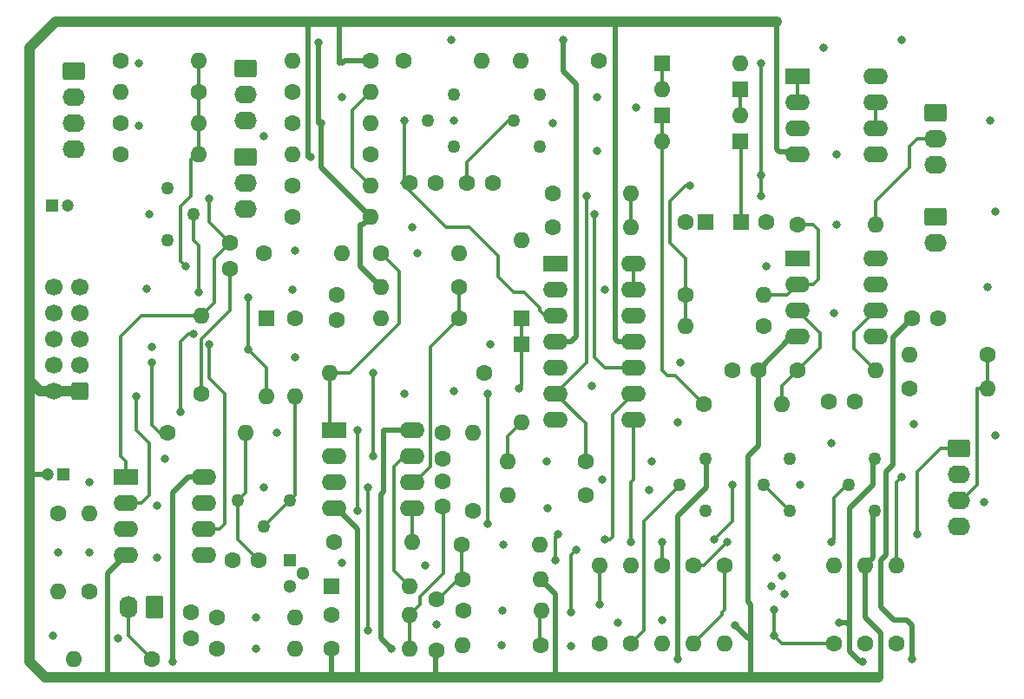
<source format=gbl>
%TF.GenerationSoftware,KiCad,Pcbnew,6.0.8-f2edbf62ab~116~ubuntu22.04.1*%
%TF.CreationDate,2024-04-04T17:44:11-04:00*%
%TF.ProjectId,MFOS_VCO,4d464f53-5f56-4434-9f2e-6b696361645f,rev?*%
%TF.SameCoordinates,Original*%
%TF.FileFunction,Copper,L4,Bot*%
%TF.FilePolarity,Positive*%
%FSLAX46Y46*%
G04 Gerber Fmt 4.6, Leading zero omitted, Abs format (unit mm)*
G04 Created by KiCad (PCBNEW 6.0.8-f2edbf62ab~116~ubuntu22.04.1) date 2024-04-04 17:44:11*
%MOMM*%
%LPD*%
G01*
G04 APERTURE LIST*
G04 Aperture macros list*
%AMRoundRect*
0 Rectangle with rounded corners*
0 $1 Rounding radius*
0 $2 $3 $4 $5 $6 $7 $8 $9 X,Y pos of 4 corners*
0 Add a 4 corners polygon primitive as box body*
4,1,4,$2,$3,$4,$5,$6,$7,$8,$9,$2,$3,0*
0 Add four circle primitives for the rounded corners*
1,1,$1+$1,$2,$3*
1,1,$1+$1,$4,$5*
1,1,$1+$1,$6,$7*
1,1,$1+$1,$8,$9*
0 Add four rect primitives between the rounded corners*
20,1,$1+$1,$2,$3,$4,$5,0*
20,1,$1+$1,$4,$5,$6,$7,0*
20,1,$1+$1,$6,$7,$8,$9,0*
20,1,$1+$1,$8,$9,$2,$3,0*%
G04 Aperture macros list end*
%TA.AperFunction,ComponentPad*%
%ADD10R,1.300000X1.300000*%
%TD*%
%TA.AperFunction,ComponentPad*%
%ADD11C,1.300000*%
%TD*%
%TA.AperFunction,ComponentPad*%
%ADD12RoundRect,0.250000X-0.845000X0.620000X-0.845000X-0.620000X0.845000X-0.620000X0.845000X0.620000X0*%
%TD*%
%TA.AperFunction,ComponentPad*%
%ADD13O,2.190000X1.740000*%
%TD*%
%TA.AperFunction,ComponentPad*%
%ADD14C,1.600000*%
%TD*%
%TA.AperFunction,ComponentPad*%
%ADD15O,1.600000X1.600000*%
%TD*%
%TA.AperFunction,ComponentPad*%
%ADD16R,2.400000X1.600000*%
%TD*%
%TA.AperFunction,ComponentPad*%
%ADD17O,2.400000X1.600000*%
%TD*%
%TA.AperFunction,ComponentPad*%
%ADD18R,1.600000X1.600000*%
%TD*%
%TA.AperFunction,ComponentPad*%
%ADD19C,1.260000*%
%TD*%
%TA.AperFunction,ComponentPad*%
%ADD20RoundRect,0.250000X0.620000X0.845000X-0.620000X0.845000X-0.620000X-0.845000X0.620000X-0.845000X0*%
%TD*%
%TA.AperFunction,ComponentPad*%
%ADD21O,1.740000X2.190000*%
%TD*%
%TA.AperFunction,ComponentPad*%
%ADD22R,1.200000X1.200000*%
%TD*%
%TA.AperFunction,ComponentPad*%
%ADD23C,1.200000*%
%TD*%
%TA.AperFunction,ComponentPad*%
%ADD24RoundRect,0.250000X0.600000X0.600000X-0.600000X0.600000X-0.600000X-0.600000X0.600000X-0.600000X0*%
%TD*%
%TA.AperFunction,ComponentPad*%
%ADD25C,1.700000*%
%TD*%
%TA.AperFunction,ViaPad*%
%ADD26C,0.800000*%
%TD*%
%TA.AperFunction,Conductor*%
%ADD27C,0.300000*%
%TD*%
%TA.AperFunction,Conductor*%
%ADD28C,0.500000*%
%TD*%
%TA.AperFunction,Conductor*%
%ADD29C,1.000000*%
%TD*%
G04 APERTURE END LIST*
D10*
%TO.P,Q1,1,D*%
%TO.N,Net-(C6-Pad1)*%
X127508000Y-116078000D03*
D11*
%TO.P,Q1,2,S*%
%TO.N,RAW*%
X128778000Y-117348000D03*
%TO.P,Q1,3,G*%
%TO.N,Net-(Q1-Pad3)*%
X127508000Y-118618000D03*
%TD*%
D12*
%TO.P,J27,1,Pin_1*%
%TO.N,/Sheet 2/R39P1*%
X190500000Y-72390000D03*
D13*
%TO.P,J27,2,Pin_2*%
%TO.N,/Sheet 2/R39P2*%
X190500000Y-74930000D03*
%TO.P,J27,3,Pin_3*%
%TO.N,/Sheet 2/R39P3*%
X190500000Y-77470000D03*
%TD*%
D12*
%TO.P,J26,1,Pin_1*%
%TO.N,/R2P1*%
X123190000Y-76708000D03*
D13*
%TO.P,J26,2,Pin_2*%
%TO.N,/R2P2*%
X123190000Y-79248000D03*
%TO.P,J26,3,Pin_3*%
%TO.N,/R2P3*%
X123190000Y-81788000D03*
%TD*%
D12*
%TO.P,J24,1,Pin_1*%
%TO.N,/R3P1*%
X123190000Y-68087000D03*
D13*
%TO.P,J24,2,Pin_2*%
%TO.N,/R3P2*%
X123190000Y-70627000D03*
%TO.P,J24,3,Pin_3*%
%TO.N,/R3P3*%
X123190000Y-73167000D03*
%TD*%
D14*
%TO.P,C15,1*%
%TO.N,+12V*%
X188234000Y-92456000D03*
%TO.P,C15,2*%
%TO.N,GND*%
X190734000Y-92456000D03*
%TD*%
%TO.P,R71,1*%
%TO.N,-12V*%
X135382000Y-76454000D03*
D15*
%TO.P,R71,2*%
%TO.N,/R2P1*%
X127762000Y-76454000D03*
%TD*%
D16*
%TO.P,U4,1*%
%TO.N,Net-(D2-Pad2)*%
X153426000Y-87112000D03*
D17*
%TO.P,U4,2,-*%
%TO.N,Net-(R12-Pad2)*%
X153426000Y-89652000D03*
%TO.P,U4,3,+*%
%TO.N,Net-(C1-Pad1)*%
X153426000Y-92192000D03*
%TO.P,U4,4,V+*%
%TO.N,+12V*%
X153426000Y-94732000D03*
%TO.P,U4,5,+*%
%TO.N,GND*%
X153426000Y-97272000D03*
%TO.P,U4,6,-*%
%TO.N,Net-(R25-Pad1)*%
X153426000Y-99812000D03*
%TO.P,U4,7*%
%TO.N,Net-(D3-Pad2)*%
X153426000Y-102352000D03*
%TO.P,U4,8*%
%TO.N,Net-(R14-Pad2)*%
X161046000Y-102352000D03*
%TO.P,U4,9,-*%
%TO.N,Net-(R13-Pad2)*%
X161046000Y-99812000D03*
%TO.P,U4,10,+*%
%TO.N,Net-(C2-Pad1)*%
X161046000Y-97272000D03*
%TO.P,U4,11,V-*%
%TO.N,-12V*%
X161046000Y-94732000D03*
%TO.P,U4,12,+*%
%TO.N,GND*%
X161046000Y-92192000D03*
%TO.P,U4,13,-*%
%TO.N,Net-(U4-Pad13)*%
X161046000Y-89652000D03*
%TO.P,U4,14*%
X161046000Y-87112000D03*
%TD*%
D14*
%TO.P,R32,1*%
%TO.N,Net-(R25-Pad1)*%
X156337000Y-106426000D03*
D15*
%TO.P,R32,2*%
%TO.N,Net-(D3-Pad2)*%
X148717000Y-106426000D03*
%TD*%
D14*
%TO.P,R26,1*%
%TO.N,Net-(D3-Pad2)*%
X156337000Y-109728000D03*
D15*
%TO.P,R26,2*%
%TO.N,RMP*%
X148717000Y-109728000D03*
%TD*%
D14*
%TO.P,R31,1*%
%TO.N,LIN*%
X114046000Y-125730000D03*
D15*
%TO.P,R31,2*%
%TO.N,GND*%
X106426000Y-125730000D03*
%TD*%
D14*
%TO.P,R67,1*%
%TO.N,GND*%
X173736000Y-93218000D03*
D15*
%TO.P,R67,2*%
%TO.N,PWM*%
X166116000Y-93218000D03*
%TD*%
D14*
%TO.P,C19,1*%
%TO.N,Net-(C19-Pad1)*%
X121666000Y-87630000D03*
%TO.P,C19,2*%
%TO.N,Net-(C19-Pad2)*%
X121666000Y-85130000D03*
%TD*%
%TO.P,R66,1*%
%TO.N,SYNC*%
X120396000Y-124714000D03*
D15*
%TO.P,R66,2*%
%TO.N,GND*%
X128016000Y-124714000D03*
%TD*%
D14*
%TO.P,R25,1*%
%TO.N,Net-(R25-Pad1)*%
X153162000Y-80259000D03*
D15*
%TO.P,R25,2*%
%TO.N,Net-(D2-Pad2)*%
X160782000Y-80259000D03*
%TD*%
D14*
%TO.P,R30,1*%
%TO.N,LIN*%
X107950000Y-119126000D03*
D15*
%TO.P,R30,2*%
%TO.N,Net-(C3-Pad1)*%
X107950000Y-111506000D03*
%TD*%
D14*
%TO.P,R61,1*%
%TO.N,Net-(R60-Pad2)*%
X166878000Y-116586000D03*
D15*
%TO.P,R61,2*%
%TO.N,Net-(R48-Pad2)*%
X166878000Y-124206000D03*
%TD*%
D18*
%TO.P,D2,1,K*%
%TO.N,Net-(C14-Pad1)*%
X150114000Y-92451000D03*
D15*
%TO.P,D2,2,A*%
%TO.N,Net-(D2-Pad2)*%
X150114000Y-84831000D03*
%TD*%
D19*
%TO.P,R60,1,1*%
%TO.N,-12V*%
X184550000Y-111250000D03*
%TO.P,R60,2,2*%
%TO.N,Net-(R60-Pad2)*%
X182010000Y-108710000D03*
%TO.P,R60,3,3*%
%TO.N,+12V*%
X184550000Y-106170000D03*
%TD*%
D18*
%TO.P,C12,1*%
%TO.N,GND*%
X168087113Y-83058000D03*
D14*
%TO.P,C12,2*%
%TO.N,Net-(C12-Pad2)*%
X166087113Y-83058000D03*
%TD*%
%TO.P,R69,1*%
%TO.N,Net-(C18-Pad1)*%
X145350000Y-111252000D03*
D15*
%TO.P,R69,2*%
%TO.N,Net-(C18-Pad2)*%
X145350000Y-103632000D03*
%TD*%
D16*
%TO.P,U2,1*%
%TO.N,RAW*%
X131816000Y-103388000D03*
D17*
%TO.P,U2,2,-*%
%TO.N,Net-(C6-Pad1)*%
X131816000Y-105928000D03*
%TO.P,U2,3,+*%
%TO.N,GND*%
X131816000Y-108468000D03*
%TO.P,U2,4,V-*%
%TO.N,-12V*%
X131816000Y-111008000D03*
%TO.P,U2,5,+*%
%TO.N,Net-(C18-Pad1)*%
X139436000Y-111008000D03*
%TO.P,U2,6,-*%
%TO.N,Net-(R34-Pad2)*%
X139436000Y-108468000D03*
%TO.P,U2,7*%
%TO.N,Net-(C18-Pad2)*%
X139436000Y-105928000D03*
%TO.P,U2,8,V+*%
%TO.N,+12V*%
X139436000Y-103388000D03*
%TD*%
D20*
%TO.P,J13,1,Pin_1*%
%TO.N,SYNC*%
X114300000Y-120630000D03*
D21*
%TO.P,J13,2,Pin_2*%
%TO.N,LIN*%
X111760000Y-120630000D03*
%TD*%
D18*
%TO.P,D4,1,K*%
%TO.N,Net-(C13-Pad1)*%
X171450000Y-75184000D03*
D15*
%TO.P,D4,2,A*%
%TO.N,Net-(D3-Pad2)*%
X163830000Y-75184000D03*
%TD*%
D14*
%TO.P,C2,1*%
%TO.N,Net-(C2-Pad1)*%
X144807500Y-79248000D03*
%TO.P,C2,2*%
%TO.N,GND*%
X147307500Y-79248000D03*
%TD*%
%TO.P,R21,1*%
%TO.N,Net-(C14-Pad1)*%
X144375000Y-117950000D03*
D15*
%TO.P,R21,2*%
%TO.N,-12V*%
X151995000Y-117950000D03*
%TD*%
D18*
%TO.P,D1,1,K*%
%TO.N,Net-(D1-Pad1)*%
X125222000Y-92456000D03*
D15*
%TO.P,D1,2,A*%
%TO.N,Net-(D1-Pad2)*%
X125222000Y-100076000D03*
%TD*%
D14*
%TO.P,R40,1*%
%TO.N,PWM*%
X166116000Y-90170000D03*
D15*
%TO.P,R40,2*%
%TO.N,Net-(R35-Pad1)*%
X173736000Y-90170000D03*
%TD*%
D14*
%TO.P,C14,1*%
%TO.N,Net-(C14-Pad1)*%
X141800000Y-119875000D03*
%TO.P,C14,2*%
%TO.N,-12V*%
X141800000Y-124875000D03*
%TD*%
D18*
%TO.P,D6,1,K*%
%TO.N,Net-(D6-Pad1)*%
X171450000Y-70104000D03*
D15*
%TO.P,D6,2,A*%
%TO.N,Net-(D5-Pad1)*%
X163830000Y-70104000D03*
%TD*%
D14*
%TO.P,C1,1*%
%TO.N,Net-(C1-Pad1)*%
X139212000Y-79248000D03*
%TO.P,C1,2*%
%TO.N,GND*%
X141712000Y-79248000D03*
%TD*%
D16*
%TO.P,U7,1,NULL*%
%TO.N,unconnected-(U7-Pad1)*%
X177048000Y-86624000D03*
D17*
%TO.P,U7,2,-*%
%TO.N,Net-(R35-Pad1)*%
X177048000Y-89164000D03*
%TO.P,U7,3,+*%
%TO.N,Net-(C4-Pad1)*%
X177048000Y-91704000D03*
%TO.P,U7,4,V-*%
%TO.N,-12V*%
X177048000Y-94244000D03*
%TO.P,U7,5,NULL*%
%TO.N,unconnected-(U7-Pad5)*%
X184668000Y-94244000D03*
%TO.P,U7,6*%
%TO.N,Net-(C4-Pad2)*%
X184668000Y-91704000D03*
%TO.P,U7,7,V+*%
%TO.N,+12V*%
X184668000Y-89164000D03*
%TO.P,U7,8,NC*%
%TO.N,unconnected-(U7-Pad8)*%
X184668000Y-86624000D03*
%TD*%
D14*
%TO.P,R35,1*%
%TO.N,Net-(R35-Pad1)*%
X177038000Y-83312000D03*
D15*
%TO.P,R35,2*%
%TO.N,/Sheet 2/R39P2*%
X184658000Y-83312000D03*
%TD*%
D14*
%TO.P,R8,1*%
%TO.N,/R3P2*%
X127762000Y-70358000D03*
D15*
%TO.P,R8,2*%
%TO.N,Net-(C19-Pad1)*%
X135382000Y-70358000D03*
%TD*%
D16*
%TO.P,U6,1*%
%TO.N,/Sheet 2/R39P3*%
X177048000Y-68844000D03*
D17*
%TO.P,U6,2,-*%
X177048000Y-71384000D03*
%TO.P,U6,3,+*%
%TO.N,Net-(C13-Pad1)*%
X177048000Y-73924000D03*
%TO.P,U6,4,V-*%
%TO.N,-12V*%
X177048000Y-76464000D03*
%TO.P,U6,5,+*%
%TO.N,Net-(C12-Pad2)*%
X184668000Y-76464000D03*
%TO.P,U6,6,-*%
%TO.N,/Sheet 2/R39P1*%
X184668000Y-73924000D03*
%TO.P,U6,7*%
X184668000Y-71384000D03*
%TO.P,U6,8,V+*%
%TO.N,+12V*%
X184668000Y-68844000D03*
%TD*%
D14*
%TO.P,R36,1*%
%TO.N,Net-(C4-Pad2)*%
X187960000Y-99314000D03*
D15*
%TO.P,R36,2*%
%TO.N,SQR*%
X195580000Y-99314000D03*
%TD*%
D19*
%TO.P,R5,1,1*%
%TO.N,GND*%
X143510000Y-75677000D03*
%TO.P,R5,2,2*%
%TO.N,Net-(C1-Pad1)*%
X140970000Y-73137000D03*
%TO.P,R5,3,3*%
%TO.N,Net-(R5-Pad3)*%
X143510000Y-70597000D03*
%TD*%
D14*
%TO.P,C5,1*%
%TO.N,SYNC*%
X117856000Y-123698000D03*
%TO.P,C5,2*%
%TO.N,Net-(C5-Pad2)*%
X117856000Y-121198000D03*
%TD*%
%TO.P,R47,1*%
%TO.N,Net-(R34-Pad2)*%
X144018000Y-89408000D03*
D15*
%TO.P,R47,2*%
%TO.N,+12V*%
X136398000Y-89408000D03*
%TD*%
D14*
%TO.P,R28,1*%
%TO.N,Net-(C3-Pad1)*%
X104902000Y-111506000D03*
D15*
%TO.P,R28,2*%
%TO.N,+12V*%
X104902000Y-119126000D03*
%TD*%
D14*
%TO.P,R42,1*%
%TO.N,RAW*%
X131826000Y-114300000D03*
D15*
%TO.P,R42,2*%
%TO.N,Net-(C18-Pad1)*%
X139446000Y-114300000D03*
%TD*%
D12*
%TO.P,J15,1,Pin_1*%
%TO.N,TRI*%
X192766000Y-105156000D03*
D13*
%TO.P,J15,2,Pin_2*%
%TO.N,SIN*%
X192766000Y-107696000D03*
%TO.P,J15,3,Pin_3*%
%TO.N,SQR*%
X192766000Y-110236000D03*
%TO.P,J15,4,Pin_4*%
%TO.N,RMP*%
X192766000Y-112776000D03*
%TD*%
D14*
%TO.P,R23,1*%
%TO.N,CV3*%
X110998000Y-73406000D03*
D15*
%TO.P,R23,2*%
%TO.N,Net-(C19-Pad1)*%
X118618000Y-73406000D03*
%TD*%
D14*
%TO.P,R51,1*%
%TO.N,Net-(R48-Pad2)*%
X169926000Y-116586000D03*
D15*
%TO.P,R51,2*%
%TO.N,GND*%
X169926000Y-124206000D03*
%TD*%
D12*
%TO.P,J12,1,Pin_1*%
%TO.N,CV1*%
X106426000Y-68326000D03*
D13*
%TO.P,J12,2,Pin_2*%
%TO.N,CV2*%
X106426000Y-70866000D03*
%TO.P,J12,3,Pin_3*%
%TO.N,CV3*%
X106426000Y-73406000D03*
%TO.P,J12,4,Pin_4*%
%TO.N,CV4*%
X106426000Y-75946000D03*
%TD*%
D19*
%TO.P,R59,1,1*%
%TO.N,Net-(R44-Pad1)*%
X168025000Y-111237000D03*
%TO.P,R59,2,2*%
X165485000Y-108697000D03*
%TO.P,R59,3,3*%
%TO.N,+12V*%
X168025000Y-106157000D03*
%TD*%
D14*
%TO.P,R68,1*%
%TO.N,Net-(C4-Pad1)*%
X177038000Y-97536000D03*
D15*
%TO.P,R68,2*%
%TO.N,Net-(C4-Pad2)*%
X184658000Y-97536000D03*
%TD*%
D14*
%TO.P,C16,1*%
%TO.N,-12V*%
X173188000Y-97536000D03*
%TO.P,C16,2*%
%TO.N,GND*%
X170688000Y-97536000D03*
%TD*%
%TO.P,R18,1*%
%TO.N,Net-(C19-Pad1)*%
X118618000Y-70358000D03*
D15*
%TO.P,R18,2*%
%TO.N,CV2*%
X110998000Y-70358000D03*
%TD*%
D14*
%TO.P,C6,1*%
%TO.N,Net-(C6-Pad1)*%
X146438000Y-97790000D03*
D15*
%TO.P,C6,2*%
%TO.N,RAW*%
X131438000Y-97790000D03*
%TD*%
D19*
%TO.P,R11,1,1*%
%TO.N,Net-(R11-Pad1)*%
X127508000Y-110236000D03*
%TO.P,R11,2,2*%
X124968000Y-112776000D03*
%TO.P,R11,3,3*%
%TO.N,Net-(C3-Pad2)*%
X122428000Y-110236000D03*
%TD*%
D14*
%TO.P,R17,1*%
%TO.N,Net-(R17-Pad1)*%
X115570000Y-103632000D03*
D15*
%TO.P,R17,2*%
%TO.N,Net-(C3-Pad2)*%
X123190000Y-103632000D03*
%TD*%
D14*
%TO.P,R12,1*%
%TO.N,RAW*%
X136398000Y-86106000D03*
D15*
%TO.P,R12,2*%
%TO.N,Net-(R12-Pad2)*%
X144018000Y-86106000D03*
%TD*%
D14*
%TO.P,C4,1*%
%TO.N,Net-(C4-Pad1)*%
X180106000Y-100584000D03*
%TO.P,C4,2*%
%TO.N,Net-(C4-Pad2)*%
X182606000Y-100584000D03*
%TD*%
D18*
%TO.P,D3,1,K*%
%TO.N,Net-(C14-Pad1)*%
X150114000Y-94991000D03*
D15*
%TO.P,D3,2,A*%
%TO.N,Net-(D3-Pad2)*%
X150114000Y-102611000D03*
%TD*%
D22*
%TO.P,C7,1*%
%TO.N,+12V*%
X104302401Y-81425000D03*
D23*
%TO.P,C7,2*%
%TO.N,GND*%
X105802401Y-81425000D03*
%TD*%
D14*
%TO.P,R53,1*%
%TO.N,Net-(R45-Pad2)*%
X180594000Y-124206000D03*
D15*
%TO.P,R53,2*%
%TO.N,GND*%
X180594000Y-116586000D03*
%TD*%
D14*
%TO.P,R15,1*%
%TO.N,CV1*%
X110998000Y-67310000D03*
D15*
%TO.P,R15,2*%
%TO.N,Net-(C19-Pad1)*%
X118618000Y-67310000D03*
%TD*%
D14*
%TO.P,R46,1*%
%TO.N,Net-(R34-Pad2)*%
X144018000Y-92456000D03*
D15*
%TO.P,R46,2*%
%TO.N,GND*%
X136398000Y-92456000D03*
%TD*%
D14*
%TO.P,R41,1*%
%TO.N,SQR*%
X195580000Y-96012000D03*
D15*
%TO.P,R41,2*%
%TO.N,GND*%
X187960000Y-96012000D03*
%TD*%
D14*
%TO.P,R34,1*%
%TO.N,Net-(C5-Pad2)*%
X120396000Y-121666000D03*
D15*
%TO.P,R34,2*%
%TO.N,Net-(R34-Pad2)*%
X128016000Y-121666000D03*
%TD*%
D24*
%TO.P,J1,1,Pin_1*%
%TO.N,-12V*%
X107000000Y-99540000D03*
D25*
%TO.P,J1,2,Pin_2*%
X104460000Y-99540000D03*
%TO.P,J1,3,Pin_3*%
%TO.N,GND*%
X107000000Y-97000000D03*
%TO.P,J1,4,Pin_4*%
X104460000Y-97000000D03*
%TO.P,J1,5,Pin_5*%
X107000000Y-94460000D03*
%TO.P,J1,6,Pin_6*%
X104460000Y-94460000D03*
%TO.P,J1,7,Pin_7*%
X107000000Y-91920000D03*
%TO.P,J1,8,Pin_8*%
X104460000Y-91920000D03*
%TO.P,J1,9,Pin_9*%
%TO.N,+12V*%
X107000000Y-89380000D03*
%TO.P,J1,10,Pin_10*%
X104460000Y-89380000D03*
%TD*%
D14*
%TO.P,R24,1*%
%TO.N,Net-(C19-Pad1)*%
X118857000Y-99822000D03*
D15*
%TO.P,R24,2*%
%TO.N,Net-(C19-Pad2)*%
X118857000Y-92202000D03*
%TD*%
D14*
%TO.P,R14,1*%
%TO.N,Net-(R13-Pad2)*%
X144400000Y-121025000D03*
D15*
%TO.P,R14,2*%
%TO.N,Net-(R14-Pad2)*%
X152020000Y-121025000D03*
%TD*%
D18*
%TO.P,C13,1*%
%TO.N,Net-(C13-Pad1)*%
X171514888Y-83058000D03*
D14*
%TO.P,C13,2*%
%TO.N,GND*%
X174014888Y-83058000D03*
%TD*%
%TO.P,R9,1*%
%TO.N,Net-(D1-Pad1)*%
X128016000Y-92456000D03*
D15*
%TO.P,R9,2*%
%TO.N,Net-(R11-Pad1)*%
X128016000Y-100076000D03*
%TD*%
D14*
%TO.P,R20,1*%
%TO.N,Net-(R12-Pad2)*%
X153162000Y-83561000D03*
D15*
%TO.P,R20,2*%
%TO.N,Net-(D2-Pad2)*%
X160782000Y-83561000D03*
%TD*%
D14*
%TO.P,R6,1*%
%TO.N,Net-(R5-Pad3)*%
X138564500Y-67325000D03*
D15*
%TO.P,R6,2*%
%TO.N,+12V*%
X146184500Y-67325000D03*
%TD*%
D14*
%TO.P,R50,1*%
%TO.N,Net-(Q1-Pad3)*%
X131582000Y-121422000D03*
D15*
%TO.P,R50,2*%
%TO.N,Net-(C17-Pad1)*%
X139202000Y-121422000D03*
%TD*%
D14*
%TO.P,R1,1*%
%TO.N,Net-(R1-Pad1)*%
X157614500Y-67325000D03*
D15*
%TO.P,R1,2*%
%TO.N,+12V*%
X149994500Y-67325000D03*
%TD*%
D14*
%TO.P,R19,1*%
%TO.N,Net-(R16-Pad3)*%
X124968000Y-86106000D03*
D15*
%TO.P,R19,2*%
%TO.N,GND*%
X132588000Y-86106000D03*
%TD*%
D14*
%TO.P,R13,1*%
%TO.N,Net-(C14-Pad1)*%
X144272000Y-114554000D03*
D15*
%TO.P,R13,2*%
%TO.N,Net-(R13-Pad2)*%
X151892000Y-114554000D03*
%TD*%
D19*
%TO.P,R16,1,1*%
%TO.N,Net-(C19-Pad2)*%
X115570000Y-79756000D03*
%TO.P,R16,2,2*%
%TO.N,Net-(D1-Pad2)*%
X118110000Y-82296000D03*
%TO.P,R16,3,3*%
%TO.N,Net-(R16-Pad3)*%
X115570000Y-84836000D03*
%TD*%
D12*
%TO.P,J14,1,Pin_1*%
%TO.N,PWM*%
X190480000Y-82550000D03*
D13*
%TO.P,J14,2,Pin_2*%
%TO.N,GND*%
X190480000Y-85090000D03*
%TD*%
D14*
%TO.P,C17,1*%
%TO.N,Net-(C17-Pad1)*%
X142450000Y-110850000D03*
%TO.P,C17,2*%
%TO.N,GND*%
X142450000Y-108350000D03*
%TD*%
%TO.P,C3,1*%
%TO.N,Net-(C3-Pad1)*%
X121920000Y-116078000D03*
%TO.P,C3,2*%
%TO.N,Net-(C3-Pad2)*%
X124420000Y-116078000D03*
%TD*%
D18*
%TO.P,D8,1,K*%
%TO.N,Net-(C17-Pad1)*%
X131582000Y-118628000D03*
D15*
%TO.P,D8,2,A*%
%TO.N,Net-(C18-Pad2)*%
X139202000Y-118628000D03*
%TD*%
D18*
%TO.P,D5,1,K*%
%TO.N,Net-(D5-Pad1)*%
X163830000Y-67570000D03*
D15*
%TO.P,D5,2,A*%
%TO.N,Net-(C12-Pad2)*%
X171450000Y-67570000D03*
%TD*%
D14*
%TO.P,R29,1*%
%TO.N,Net-(D3-Pad2)*%
X167894000Y-100838000D03*
D15*
%TO.P,R29,2*%
%TO.N,Net-(C4-Pad1)*%
X175514000Y-100838000D03*
%TD*%
D19*
%TO.P,R7,1,1*%
%TO.N,GND*%
X151892000Y-75677000D03*
%TO.P,R7,2,2*%
%TO.N,Net-(C2-Pad1)*%
X149352000Y-73137000D03*
%TO.P,R7,3,3*%
%TO.N,Net-(R1-Pad1)*%
X151892000Y-70597000D03*
%TD*%
D14*
%TO.P,C8,1*%
%TO.N,+12V*%
X132080000Y-90150000D03*
%TO.P,C8,2*%
%TO.N,GND*%
X132080000Y-92650000D03*
%TD*%
%TO.P,R48,1*%
%TO.N,Net-(R48-Pad1)*%
X163830000Y-116586000D03*
D15*
%TO.P,R48,2*%
%TO.N,Net-(R48-Pad2)*%
X163830000Y-124206000D03*
%TD*%
D14*
%TO.P,R65,1*%
%TO.N,/R2P3*%
X127762000Y-82550000D03*
D15*
%TO.P,R65,2*%
%TO.N,+12V*%
X135382000Y-82550000D03*
%TD*%
D19*
%TO.P,R64,1,1*%
%TO.N,Net-(R48-Pad1)*%
X176276000Y-111252000D03*
%TO.P,R64,2,2*%
X173736000Y-108712000D03*
%TO.P,R64,3,3*%
%TO.N,Net-(R14-Pad2)*%
X176276000Y-106172000D03*
%TD*%
D14*
%TO.P,R22,1*%
%TO.N,Net-(R14-Pad2)*%
X152010000Y-124350000D03*
D15*
%TO.P,R22,2*%
%TO.N,TRI*%
X144390000Y-124350000D03*
%TD*%
D14*
%TO.P,R44,1*%
%TO.N,Net-(R44-Pad1)*%
X160782000Y-124206000D03*
D15*
%TO.P,R44,2*%
%TO.N,Net-(R44-Pad2)*%
X160782000Y-116586000D03*
%TD*%
D14*
%TO.P,R10,1*%
%TO.N,/R2P2*%
X127762000Y-79502000D03*
D15*
%TO.P,R10,2*%
%TO.N,Net-(C19-Pad1)*%
X135382000Y-79502000D03*
%TD*%
D16*
%TO.P,U1,1*%
%TO.N,Net-(C19-Pad2)*%
X111506000Y-107950000D03*
D17*
%TO.P,U1,2,-*%
%TO.N,Net-(C19-Pad1)*%
X111506000Y-110490000D03*
%TO.P,U1,3,+*%
%TO.N,GND*%
X111506000Y-113030000D03*
%TO.P,U1,4,V-*%
%TO.N,-12V*%
X111506000Y-115570000D03*
%TO.P,U1,5,+*%
%TO.N,GND*%
X119126000Y-115570000D03*
%TO.P,U1,6,-*%
%TO.N,Net-(C3-Pad1)*%
X119126000Y-113030000D03*
%TO.P,U1,7*%
%TO.N,Net-(C3-Pad2)*%
X119126000Y-110490000D03*
%TO.P,U1,8,V+*%
%TO.N,+12V*%
X119126000Y-107950000D03*
%TD*%
D14*
%TO.P,R57,1*%
%TO.N,/R3P3*%
X127762000Y-73406000D03*
D15*
%TO.P,R57,2*%
%TO.N,+12V*%
X135382000Y-73406000D03*
%TD*%
D18*
%TO.P,D7,1,K*%
%TO.N,Net-(D3-Pad2)*%
X163830000Y-72644000D03*
D15*
%TO.P,D7,2,A*%
%TO.N,Net-(D6-Pad1)*%
X171450000Y-72644000D03*
%TD*%
D14*
%TO.P,R45,1*%
%TO.N,+12V*%
X157734000Y-124206000D03*
D15*
%TO.P,R45,2*%
%TO.N,Net-(R45-Pad2)*%
X157734000Y-116586000D03*
%TD*%
D22*
%TO.P,C10,1*%
%TO.N,GND*%
X105386000Y-107696000D03*
D23*
%TO.P,C10,2*%
%TO.N,-12V*%
X103886000Y-107696000D03*
%TD*%
D14*
%TO.P,C18,1*%
%TO.N,Net-(C18-Pad1)*%
X142450000Y-106175000D03*
%TO.P,C18,2*%
%TO.N,Net-(C18-Pad2)*%
X142450000Y-103675000D03*
%TD*%
%TO.P,R27,1*%
%TO.N,CV4*%
X110998000Y-76454000D03*
D15*
%TO.P,R27,2*%
%TO.N,Net-(C19-Pad1)*%
X118618000Y-76454000D03*
%TD*%
D14*
%TO.P,R52,1*%
%TO.N,Net-(R49-Pad1)*%
X183642000Y-124206000D03*
D15*
%TO.P,R52,2*%
%TO.N,-12V*%
X183642000Y-116586000D03*
%TD*%
D14*
%TO.P,R49,1*%
%TO.N,Net-(R49-Pad1)*%
X186690000Y-124206000D03*
D15*
%TO.P,R49,2*%
%TO.N,SIN*%
X186690000Y-116586000D03*
%TD*%
D14*
%TO.P,R70,1*%
%TO.N,-12V*%
X131582000Y-124724000D03*
D15*
%TO.P,R70,2*%
%TO.N,Net-(C17-Pad1)*%
X139202000Y-124724000D03*
%TD*%
D14*
%TO.P,R56,1*%
%TO.N,-12V*%
X135382000Y-67310000D03*
D15*
%TO.P,R56,2*%
%TO.N,/R3P1*%
X127762000Y-67310000D03*
%TD*%
D26*
%TO.N,Net-(R34-Pad2)*%
X135128000Y-122936000D03*
%TO.N,Net-(C1-Pad1)*%
X138684000Y-73152000D03*
%TO.N,Net-(C12-Pad2)*%
X173482000Y-80518000D03*
X173482000Y-78486000D03*
%TO.N,+12V*%
X130302000Y-65532000D03*
X130556000Y-73406000D03*
%TO.N,-12V*%
X129540000Y-76708000D03*
%TO.N,GND*%
X175768000Y-119380000D03*
X195580000Y-89408000D03*
X163830000Y-121920000D03*
X162520123Y-109208814D03*
X104394000Y-123444000D03*
X188363883Y-102760370D03*
X159512000Y-122174000D03*
X174498000Y-118618000D03*
X152654000Y-110998000D03*
X175514000Y-117602000D03*
X156972000Y-99060000D03*
X157471341Y-76166790D03*
X132588000Y-70866000D03*
X173990000Y-87376000D03*
X128016000Y-96266000D03*
X141800000Y-122375000D03*
X180340000Y-104648000D03*
X124968000Y-74676000D03*
X195834000Y-73152000D03*
X113792000Y-82296000D03*
X107950000Y-108458000D03*
X177292000Y-108712000D03*
X157480000Y-70866000D03*
X147066000Y-94996000D03*
X180594000Y-91948000D03*
X113531949Y-89613544D03*
X162814000Y-106426000D03*
X114581695Y-115807221D03*
X127762000Y-89662000D03*
X152527000Y-106426000D03*
X148210000Y-121025000D03*
X128016000Y-85852000D03*
X195262218Y-110408524D03*
X114046000Y-95250000D03*
X153162000Y-73406000D03*
X154940000Y-124460000D03*
X148200000Y-124350000D03*
X104902000Y-115316000D03*
X140716000Y-116586000D03*
X107950000Y-115316000D03*
X187198000Y-65278000D03*
X126238000Y-103632000D03*
X148336000Y-114554000D03*
X143510000Y-73152000D03*
X143510000Y-99568000D03*
X180848000Y-83312000D03*
X158242000Y-89662000D03*
X196342000Y-82042000D03*
X180848000Y-76454000D03*
X157988000Y-108204000D03*
X196342000Y-103886000D03*
X114554000Y-110744000D03*
X139446000Y-83566000D03*
X138684000Y-99822000D03*
X165354000Y-102616000D03*
X115316000Y-106172000D03*
X124968000Y-108966000D03*
X112776000Y-73660000D03*
X143256000Y-65278000D03*
X132588000Y-116332000D03*
X124206000Y-121666000D03*
X112776000Y-67564000D03*
X139954000Y-86106000D03*
X165608000Y-96774000D03*
X175006000Y-115824000D03*
X179578000Y-66040000D03*
X161270424Y-71867828D03*
X110744000Y-123698000D03*
X124206000Y-124714000D03*
%TO.N,Net-(C2-Pad1)*%
X157226000Y-82296000D03*
%TO.N,Net-(C3-Pad1)*%
X119634000Y-94996000D03*
%TO.N,Net-(C6-Pad1)*%
X116840000Y-101600000D03*
X135636000Y-105918000D03*
X135636000Y-97790000D03*
X118110000Y-93980000D03*
%TO.N,RAW*%
X134112000Y-103378000D03*
X134112000Y-111252000D03*
%TO.N,+12V*%
X154178000Y-65278000D03*
X183388000Y-125984000D03*
X165354000Y-125730000D03*
X137414000Y-124714000D03*
X181102000Y-122174000D03*
X116078000Y-125984000D03*
X188214000Y-125730000D03*
%TO.N,-12V*%
X170942000Y-122428000D03*
%TO.N,Net-(C12-Pad2)*%
X173482000Y-67564000D03*
%TO.N,Net-(C14-Pad1)*%
X146812000Y-112522000D03*
X149860000Y-99314000D03*
X146812000Y-99822000D03*
%TO.N,Net-(C19-Pad1)*%
X112522000Y-100076000D03*
X117348000Y-87376000D03*
%TO.N,Net-(C19-Pad2)*%
X119634000Y-80772000D03*
%TO.N,Net-(D1-Pad2)*%
X123444000Y-90424000D03*
X118618000Y-89916000D03*
X123444000Y-95504000D03*
%TO.N,PWM*%
X166497000Y-79502000D03*
%TO.N,TRI*%
X153670000Y-113538000D03*
X153416000Y-116078000D03*
X188722000Y-113525500D03*
%TO.N,SIN*%
X187198000Y-107950000D03*
%TO.N,Net-(R13-Pad2)*%
X158242000Y-114046000D03*
%TO.N,Net-(R14-Pad2)*%
X154940000Y-121158000D03*
X155448000Y-115062000D03*
X160782000Y-114300000D03*
%TO.N,Net-(R17-Pad1)*%
X114046000Y-96774000D03*
%TO.N,Net-(R25-Pad1)*%
X156464000Y-80518000D03*
%TO.N,Net-(R34-Pad2)*%
X135128000Y-108966000D03*
%TO.N,Net-(R45-Pad2)*%
X174752000Y-120904000D03*
X157734000Y-120396000D03*
X174752000Y-123444000D03*
%TO.N,Net-(R48-Pad1)*%
X163830000Y-114300000D03*
X168910000Y-114046000D03*
X170688000Y-108712000D03*
%TO.N,Net-(R60-Pad2)*%
X170180000Y-114300000D03*
X180340000Y-114300000D03*
%TD*%
D27*
%TO.N,Net-(R34-Pad2)*%
X135128000Y-122936000D02*
X135128000Y-108966000D01*
%TO.N,Net-(C13-Pad1)*%
X171514888Y-83058000D02*
X171514888Y-75248888D01*
X171514888Y-75248888D02*
X171450000Y-75184000D01*
%TO.N,LIN*%
X114046000Y-125730000D02*
X111760000Y-123444000D01*
%TO.N,Net-(C3-Pad1)*%
X119634000Y-94996000D02*
X119634000Y-98298000D01*
X119634000Y-98298000D02*
X121158000Y-99822000D01*
X121158000Y-112522000D02*
X120650000Y-113030000D01*
X121158000Y-99822000D02*
X121158000Y-112522000D01*
X120650000Y-113030000D02*
X119126000Y-113030000D01*
%TO.N,Net-(C19-Pad1)*%
X112522000Y-100076000D02*
X112522000Y-103378000D01*
X112522000Y-103378000D02*
X113792000Y-104648000D01*
X113792000Y-104648000D02*
X113792000Y-109728000D01*
X113792000Y-109728000D02*
X113030000Y-110490000D01*
X113030000Y-110490000D02*
X111506000Y-110490000D01*
D28*
%TO.N,+12V*%
X116078000Y-125984000D02*
X116078000Y-109474000D01*
X116078000Y-109474000D02*
X117602000Y-107950000D01*
X117602000Y-107950000D02*
X119126000Y-107950000D01*
D27*
%TO.N,Net-(C19-Pad2)*%
X111008000Y-105908000D02*
X110998000Y-105918000D01*
X111008000Y-94224000D02*
X111008000Y-105908000D01*
X110998000Y-105918000D02*
X111506000Y-106426000D01*
X111506000Y-106426000D02*
X111506000Y-107950000D01*
%TO.N,LIN*%
X111760000Y-120630000D02*
X111760000Y-123444000D01*
D29*
%TO.N,-12V*%
X110744000Y-127508000D02*
X103632000Y-127508000D01*
X103632000Y-127508000D02*
X102108000Y-125984000D01*
X102108000Y-125984000D02*
X102108000Y-107696000D01*
D28*
X109728000Y-127000000D02*
X109728000Y-117348000D01*
X109728000Y-117348000D02*
X111506000Y-115570000D01*
D27*
%TO.N,/Sheet 2/R39P2*%
X184658000Y-83312000D02*
X184658000Y-81026000D01*
X187960000Y-77724000D02*
X187960000Y-75692000D01*
X184658000Y-81026000D02*
X187960000Y-77724000D01*
X187960000Y-75692000D02*
X188722000Y-74930000D01*
X188722000Y-74930000D02*
X190500000Y-74930000D01*
%TO.N,PWM*%
X166116000Y-90170000D02*
X166116000Y-86614000D01*
X166116000Y-86614000D02*
X164592000Y-85090000D01*
X164592000Y-85090000D02*
X164592000Y-81026000D01*
X164592000Y-81026000D02*
X166116000Y-79502000D01*
X166116000Y-79502000D02*
X166497000Y-79502000D01*
%TO.N,Net-(C12-Pad2)*%
X173482000Y-80518000D02*
X173482000Y-78486000D01*
X173482000Y-67564000D02*
X173482000Y-78486000D01*
D28*
%TO.N,+12V*%
X135382000Y-82550000D02*
X134620000Y-83312000D01*
X134366000Y-87376000D02*
X136398000Y-89408000D01*
X134366000Y-83312000D02*
X134366000Y-87376000D01*
X130556000Y-73406000D02*
X130556000Y-77724000D01*
X130556000Y-77724000D02*
X135382000Y-82550000D01*
D27*
%TO.N,Net-(C19-Pad1)*%
X135382000Y-70358000D02*
X133604000Y-72136000D01*
X133604000Y-72136000D02*
X133604000Y-77724000D01*
X133604000Y-77724000D02*
X135382000Y-79502000D01*
D28*
%TO.N,+12V*%
X130302000Y-73406000D02*
X130302000Y-65532000D01*
%TO.N,-12V*%
X129286000Y-76708000D02*
X129286000Y-63500000D01*
X132588000Y-67564000D02*
X132842000Y-67310000D01*
X132842000Y-67310000D02*
X135382000Y-67310000D01*
D27*
%TO.N,Net-(C1-Pad1)*%
X149352000Y-89916000D02*
X150368000Y-89916000D01*
X145034000Y-83566000D02*
X147828000Y-86360000D01*
X138684000Y-73152000D02*
X138684000Y-79001500D01*
X138437500Y-79248000D02*
X142755500Y-83566000D01*
X147828000Y-88392000D02*
X149352000Y-89916000D01*
X147828000Y-86360000D02*
X147828000Y-88392000D01*
X142755500Y-83566000D02*
X145034000Y-83566000D01*
X151892000Y-91440000D02*
X151892000Y-91694000D01*
X152390000Y-92192000D02*
X153426000Y-92192000D01*
X151892000Y-91694000D02*
X152390000Y-92192000D01*
X150368000Y-89916000D02*
X151892000Y-91440000D01*
X138684000Y-79001500D02*
X138437500Y-79248000D01*
%TO.N,Net-(C2-Pad1)*%
X158242000Y-97282000D02*
X158252000Y-97272000D01*
X158252000Y-97272000D02*
X161046000Y-97272000D01*
X157226000Y-82296000D02*
X157226000Y-96266000D01*
X144807500Y-77188500D02*
X149098000Y-72898000D01*
X144807500Y-79248000D02*
X144807500Y-77188500D01*
X157226000Y-96266000D02*
X158242000Y-97282000D01*
%TO.N,Net-(C3-Pad2)*%
X122428000Y-110236000D02*
X123190000Y-109474000D01*
X122428000Y-114086000D02*
X124420000Y-116078000D01*
X123190000Y-109474000D02*
X123190000Y-103632000D01*
X122428000Y-110236000D02*
X122428000Y-114086000D01*
%TO.N,Net-(C4-Pad1)*%
X175514000Y-100838000D02*
X175514000Y-99060000D01*
X177038000Y-97536000D02*
X179225000Y-95349000D01*
X179225000Y-93881000D02*
X177048000Y-91704000D01*
X175514000Y-99060000D02*
X177038000Y-97536000D01*
X179225000Y-95349000D02*
X179225000Y-93881000D01*
%TO.N,Net-(C4-Pad2)*%
X182550000Y-95428000D02*
X182550000Y-93822000D01*
X182550000Y-93822000D02*
X184668000Y-91704000D01*
X184658000Y-97536000D02*
X182550000Y-95428000D01*
%TO.N,Net-(C6-Pad1)*%
X116840000Y-94742000D02*
X116840000Y-101600000D01*
X135636000Y-105918000D02*
X135636000Y-97790000D01*
X117602000Y-93980000D02*
X116840000Y-94742000D01*
X118110000Y-93980000D02*
X117602000Y-93980000D01*
%TO.N,RAW*%
X131438000Y-97790000D02*
X133350000Y-97790000D01*
X131438000Y-97790000D02*
X131438000Y-103010000D01*
X138176000Y-92964000D02*
X138176000Y-87884000D01*
X138176000Y-87884000D02*
X136398000Y-86106000D01*
X133350000Y-97790000D02*
X138176000Y-92964000D01*
X131438000Y-103010000D02*
X131816000Y-103388000D01*
X134112000Y-111252000D02*
X134112000Y-103378000D01*
D28*
%TO.N,+12V*%
X182118000Y-124968000D02*
X183134000Y-125984000D01*
X184404000Y-106157000D02*
X184404000Y-108712000D01*
X136398000Y-123698000D02*
X137414000Y-124714000D01*
X154950000Y-94732000D02*
X155448000Y-94234000D01*
X136652000Y-103388000D02*
X136652000Y-109406082D01*
X165354000Y-111760000D02*
X165354000Y-125730000D01*
X168148000Y-106157000D02*
X168148000Y-108966000D01*
X186348000Y-94342000D02*
X186348000Y-106768000D01*
X182118000Y-110998000D02*
X184404000Y-108712000D01*
X186436000Y-121920000D02*
X187706000Y-121920000D01*
X155448000Y-94234000D02*
X155448000Y-69596000D01*
X188234000Y-92456000D02*
X186348000Y-94342000D01*
X182118000Y-122428000D02*
X182118000Y-124968000D01*
X154178000Y-68326000D02*
X154178000Y-65278000D01*
X139436000Y-103388000D02*
X136652000Y-103388000D01*
X185166000Y-116078000D02*
X185166000Y-120650000D01*
X155448000Y-69596000D02*
X154178000Y-68326000D01*
X181102000Y-122174000D02*
X181864000Y-122174000D01*
X165354000Y-111760000D02*
X168148000Y-108966000D01*
X187706000Y-121920000D02*
X188214000Y-122428000D01*
X185674000Y-107442000D02*
X185674000Y-115570000D01*
X136652000Y-109406082D02*
X136398000Y-109660082D01*
X153426000Y-94732000D02*
X154950000Y-94732000D01*
X136398000Y-109660082D02*
X136398000Y-123698000D01*
X185674000Y-115570000D02*
X185166000Y-116078000D01*
X182118000Y-110998000D02*
X182118000Y-122428000D01*
X185674000Y-107442000D02*
X186348000Y-106768000D01*
X188214000Y-122428000D02*
X188214000Y-125730000D01*
X185166000Y-120650000D02*
X186436000Y-121920000D01*
X181864000Y-122174000D02*
X182118000Y-122428000D01*
%TO.N,-12V*%
X176480000Y-94244000D02*
X177048000Y-94244000D01*
X184404000Y-111237000D02*
X184404000Y-115824000D01*
X176784000Y-76200000D02*
X175260000Y-76200000D01*
X161036000Y-94742000D02*
X159512000Y-94742000D01*
X185166000Y-123190000D02*
X185166000Y-127254000D01*
X173188000Y-97536000D02*
X176480000Y-94244000D01*
D29*
X130048000Y-63500000D02*
X159258000Y-63500000D01*
X153416000Y-127508000D02*
X171958000Y-127508000D01*
D28*
X132090000Y-111008000D02*
X134112000Y-113030000D01*
X172212000Y-120142000D02*
X172466000Y-120396000D01*
X131816000Y-111008000D02*
X132090000Y-111008000D01*
D29*
X102108000Y-98552000D02*
X102108000Y-107696000D01*
X129286000Y-63500000D02*
X130048000Y-63500000D01*
D28*
X173188000Y-104942000D02*
X172212000Y-105918000D01*
X134112000Y-113030000D02*
X134112000Y-127000000D01*
D29*
X103096000Y-99540000D02*
X102108000Y-98552000D01*
D28*
X175006000Y-75946000D02*
X175006000Y-63500000D01*
X172466000Y-123698000D02*
X172466000Y-127000000D01*
X161046000Y-94732000D02*
X161036000Y-94742000D01*
X153162000Y-127254000D02*
X153416000Y-127508000D01*
X175260000Y-76200000D02*
X175006000Y-75946000D01*
X132334000Y-63754000D02*
X132588000Y-63500000D01*
D29*
X130048000Y-63500000D02*
X132588000Y-63500000D01*
X131064000Y-127508000D02*
X133604000Y-127508000D01*
D28*
X131582000Y-124724000D02*
X131582000Y-126990000D01*
X172212000Y-123698000D02*
X172466000Y-123698000D01*
X103886000Y-107696000D02*
X102108000Y-107696000D01*
D29*
X107000000Y-99540000D02*
X104460000Y-99540000D01*
X104648000Y-63500000D02*
X129286000Y-63500000D01*
D28*
X159258000Y-94488000D02*
X159258000Y-63500000D01*
X173188000Y-97536000D02*
X173188000Y-104942000D01*
X172212000Y-127254000D02*
X171958000Y-127508000D01*
X141732000Y-125182000D02*
X141732000Y-127254000D01*
X132334000Y-67564000D02*
X132334000Y-63754000D01*
D29*
X133604000Y-127508000D02*
X141478000Y-127508000D01*
D28*
X131328000Y-127244000D02*
X131064000Y-127508000D01*
X183642000Y-121666000D02*
X185166000Y-123190000D01*
X172212000Y-105918000D02*
X172212000Y-120142000D01*
D29*
X141478000Y-127508000D02*
X153416000Y-127508000D01*
D28*
X177048000Y-76464000D02*
X176784000Y-76200000D01*
D29*
X171958000Y-127508000D02*
X184912000Y-127508000D01*
D28*
X151892000Y-117856000D02*
X153416000Y-119380000D01*
X172466000Y-120396000D02*
X172466000Y-123698000D01*
X184404000Y-115824000D02*
X183642000Y-116586000D01*
D29*
X102108000Y-98552000D02*
X102108000Y-66040000D01*
X104460000Y-99540000D02*
X103096000Y-99540000D01*
D28*
X133858000Y-127254000D02*
X133604000Y-127508000D01*
X159512000Y-94742000D02*
X159258000Y-94488000D01*
X170942000Y-122428000D02*
X172212000Y-123698000D01*
D29*
X102108000Y-66040000D02*
X104648000Y-63500000D01*
X159258000Y-63500000D02*
X175006000Y-63500000D01*
D28*
X183642000Y-116586000D02*
X183642000Y-121666000D01*
D29*
X110998000Y-127508000D02*
X131572000Y-127508000D01*
D28*
X153416000Y-119380000D02*
X153416000Y-127000000D01*
D27*
%TO.N,Net-(C14-Pad1)*%
X141732000Y-120182000D02*
X144058000Y-117856000D01*
X144058000Y-117856000D02*
X144272000Y-117856000D01*
X150114000Y-99060000D02*
X150114000Y-94991000D01*
X150114000Y-92451000D02*
X150114000Y-94991000D01*
X149860000Y-99314000D02*
X150114000Y-99060000D01*
X144272000Y-114554000D02*
X144272000Y-117856000D01*
X146812000Y-112522000D02*
X146812000Y-99822000D01*
%TO.N,Net-(C17-Pad1)*%
X140208000Y-119634000D02*
X142494000Y-117348000D01*
X139202000Y-124724000D02*
X139202000Y-121422000D01*
X139202000Y-121422000D02*
X140208000Y-120416000D01*
X140208000Y-120416000D02*
X140208000Y-119634000D01*
X142494000Y-117348000D02*
X142494000Y-110704000D01*
%TO.N,Net-(C18-Pad1)*%
X139436000Y-111008000D02*
X139436000Y-114290000D01*
X139436000Y-114290000D02*
X139446000Y-114300000D01*
%TO.N,Net-(C18-Pad2)*%
X138684000Y-105918000D02*
X137668000Y-106934000D01*
X137668000Y-117094000D02*
X139202000Y-118628000D01*
X137668000Y-106934000D02*
X137668000Y-117094000D01*
X139446000Y-105918000D02*
X138684000Y-105918000D01*
X139436000Y-105928000D02*
X139446000Y-105918000D01*
%TO.N,Net-(C19-Pad1)*%
X116840000Y-81534000D02*
X117856000Y-80518000D01*
X121666000Y-91694000D02*
X121666000Y-87630000D01*
X118618000Y-70358000D02*
X118618000Y-73406000D01*
X117856000Y-80518000D02*
X117856000Y-76962000D01*
X116840000Y-86868000D02*
X116840000Y-81534000D01*
X118618000Y-73406000D02*
X118618000Y-76454000D01*
X118857000Y-99822000D02*
X118857000Y-94503000D01*
X118618000Y-67564000D02*
X118618000Y-70358000D01*
X118857000Y-94503000D02*
X121666000Y-91694000D01*
X117348000Y-87376000D02*
X116840000Y-86868000D01*
X117856000Y-76962000D02*
X118618000Y-76200000D01*
%TO.N,Net-(C19-Pad2)*%
X119634000Y-83098000D02*
X121666000Y-85130000D01*
X120142000Y-90917000D02*
X120142000Y-86654000D01*
X119634000Y-80772000D02*
X119634000Y-83098000D01*
X113030000Y-92202000D02*
X118857000Y-92202000D01*
X111008000Y-94224000D02*
X113030000Y-92202000D01*
X120142000Y-86654000D02*
X121666000Y-85130000D01*
X118857000Y-92202000D02*
X120142000Y-90917000D01*
%TO.N,Net-(D1-Pad2)*%
X125222000Y-97282000D02*
X125222000Y-100076000D01*
X123444000Y-95504000D02*
X125222000Y-97282000D01*
X118110000Y-82296000D02*
X118110000Y-84836000D01*
X118110000Y-84836000D02*
X118618000Y-85344000D01*
X123444000Y-90424000D02*
X123444000Y-95504000D01*
X118618000Y-85344000D02*
X118618000Y-89916000D01*
%TO.N,Net-(D2-Pad2)*%
X160782000Y-80259000D02*
X160782000Y-83561000D01*
%TO.N,Net-(D3-Pad2)*%
X148717000Y-106426000D02*
X148717000Y-104008000D01*
X148717000Y-104008000D02*
X150114000Y-102611000D01*
X165100000Y-98044000D02*
X167894000Y-100838000D01*
X163830000Y-72390000D02*
X163830000Y-74676000D01*
X164338000Y-98044000D02*
X165100000Y-98044000D01*
X163830000Y-97536000D02*
X164338000Y-98044000D01*
X163830000Y-74676000D02*
X163830000Y-97536000D01*
%TO.N,Net-(D5-Pad1)*%
X163830000Y-67570000D02*
X163830000Y-70104000D01*
%TO.N,Net-(D6-Pad1)*%
X171450000Y-70104000D02*
X171450000Y-72390000D01*
%TO.N,PWM*%
X166116000Y-93218000D02*
X166116000Y-90170000D01*
%TO.N,TRI*%
X191008000Y-105156000D02*
X192766000Y-105156000D01*
X153416000Y-116078000D02*
X153416000Y-113792000D01*
X153416000Y-113792000D02*
X153670000Y-113538000D01*
X188722000Y-113525500D02*
X188722000Y-107442000D01*
X188722000Y-107442000D02*
X191008000Y-105156000D01*
%TO.N,SIN*%
X186690000Y-116586000D02*
X186690000Y-108458000D01*
X186690000Y-108458000D02*
X187198000Y-107950000D01*
%TO.N,SQR*%
X193040000Y-110236000D02*
X194564000Y-108712000D01*
X195580000Y-99314000D02*
X194564000Y-99314000D01*
X194564000Y-108712000D02*
X194564000Y-99314000D01*
X192766000Y-110236000D02*
X193040000Y-110236000D01*
X195580000Y-96012000D02*
X195580000Y-99314000D01*
%TO.N,Net-(R11-Pad1)*%
X124968000Y-112776000D02*
X127508000Y-110236000D01*
X128016000Y-109728000D02*
X127508000Y-110236000D01*
X128016000Y-100076000D02*
X128016000Y-109728000D01*
%TO.N,Net-(R13-Pad2)*%
X161046000Y-99812000D02*
X159004000Y-101854000D01*
X159004000Y-101854000D02*
X159004000Y-113792000D01*
X159004000Y-113792000D02*
X158750000Y-114046000D01*
X158750000Y-114046000D02*
X158242000Y-114046000D01*
%TO.N,Net-(R14-Pad2)*%
X160782000Y-108458000D02*
X161046000Y-108194000D01*
X160782000Y-114300000D02*
X160782000Y-108458000D01*
X154940000Y-115570000D02*
X155448000Y-115062000D01*
X151892000Y-124460000D02*
X151892000Y-121158000D01*
X161046000Y-108194000D02*
X161046000Y-102352000D01*
X154940000Y-121158000D02*
X154940000Y-115570000D01*
%TO.N,Net-(R17-Pad1)*%
X114046000Y-102870000D02*
X114808000Y-103632000D01*
X114808000Y-103632000D02*
X115570000Y-103632000D01*
X114046000Y-96774000D02*
X114046000Y-102870000D01*
%TO.N,Net-(R25-Pad1)*%
X156337000Y-106426000D02*
X156337000Y-102723000D01*
X156337000Y-102723000D02*
X153426000Y-99812000D01*
X156464000Y-80518000D02*
X156464000Y-96774000D01*
X156464000Y-96774000D02*
X153426000Y-99812000D01*
%TO.N,Net-(R34-Pad2)*%
X141224000Y-95250000D02*
X144018000Y-92456000D01*
X141224000Y-106934000D02*
X141224000Y-95250000D01*
X139436000Y-108468000D02*
X139690000Y-108468000D01*
X144018000Y-92456000D02*
X144018000Y-89408000D01*
X139690000Y-108468000D02*
X141224000Y-106934000D01*
%TO.N,Net-(R35-Pad1)*%
X177038000Y-83312000D02*
X178562000Y-83312000D01*
X179070000Y-88646000D02*
X178552000Y-89164000D01*
X179070000Y-83820000D02*
X179070000Y-88646000D01*
X173736000Y-90170000D02*
X176042000Y-90170000D01*
X178562000Y-83312000D02*
X179070000Y-83820000D01*
X176042000Y-90170000D02*
X177048000Y-89164000D01*
X178552000Y-89164000D02*
X177048000Y-89164000D01*
%TO.N,/Sheet 2/R39P1*%
X184668000Y-71384000D02*
X184668000Y-73924000D01*
%TO.N,Net-(R44-Pad1)*%
X162052000Y-122936000D02*
X162052000Y-112253000D01*
X162052000Y-112253000D02*
X165608000Y-108697000D01*
X160782000Y-124206000D02*
X162052000Y-122936000D01*
%TO.N,Net-(R45-Pad2)*%
X174752000Y-123444000D02*
X175514000Y-124206000D01*
X174752000Y-120904000D02*
X174752000Y-123444000D01*
X157734000Y-116586000D02*
X157734000Y-120396000D01*
X175514000Y-124206000D02*
X180594000Y-124206000D01*
%TO.N,Net-(R48-Pad1)*%
X170688000Y-112268000D02*
X170688000Y-108712000D01*
X173736000Y-108712000D02*
X176276000Y-111252000D01*
X168910000Y-114046000D02*
X170688000Y-112268000D01*
X163830000Y-116586000D02*
X163830000Y-114300000D01*
%TO.N,Net-(R48-Pad2)*%
X169672000Y-121412000D02*
X169672000Y-121158000D01*
X166878000Y-124206000D02*
X169672000Y-121412000D01*
X169926000Y-120904000D02*
X169926000Y-116586000D01*
X169672000Y-121158000D02*
X169926000Y-120904000D01*
%TO.N,Net-(R60-Pad2)*%
X167894000Y-116586000D02*
X166878000Y-116586000D01*
X181864000Y-108697000D02*
X180594000Y-109967000D01*
X180594000Y-109967000D02*
X180594000Y-114046000D01*
X170180000Y-114300000D02*
X167894000Y-116586000D01*
X180594000Y-114046000D02*
X180340000Y-114300000D01*
%TO.N,Net-(U4-Pad13)*%
X161046000Y-87112000D02*
X161046000Y-89652000D01*
%TO.N,/Sheet 2/R39P3*%
X177048000Y-68844000D02*
X177048000Y-71384000D01*
%TD*%
M02*

</source>
